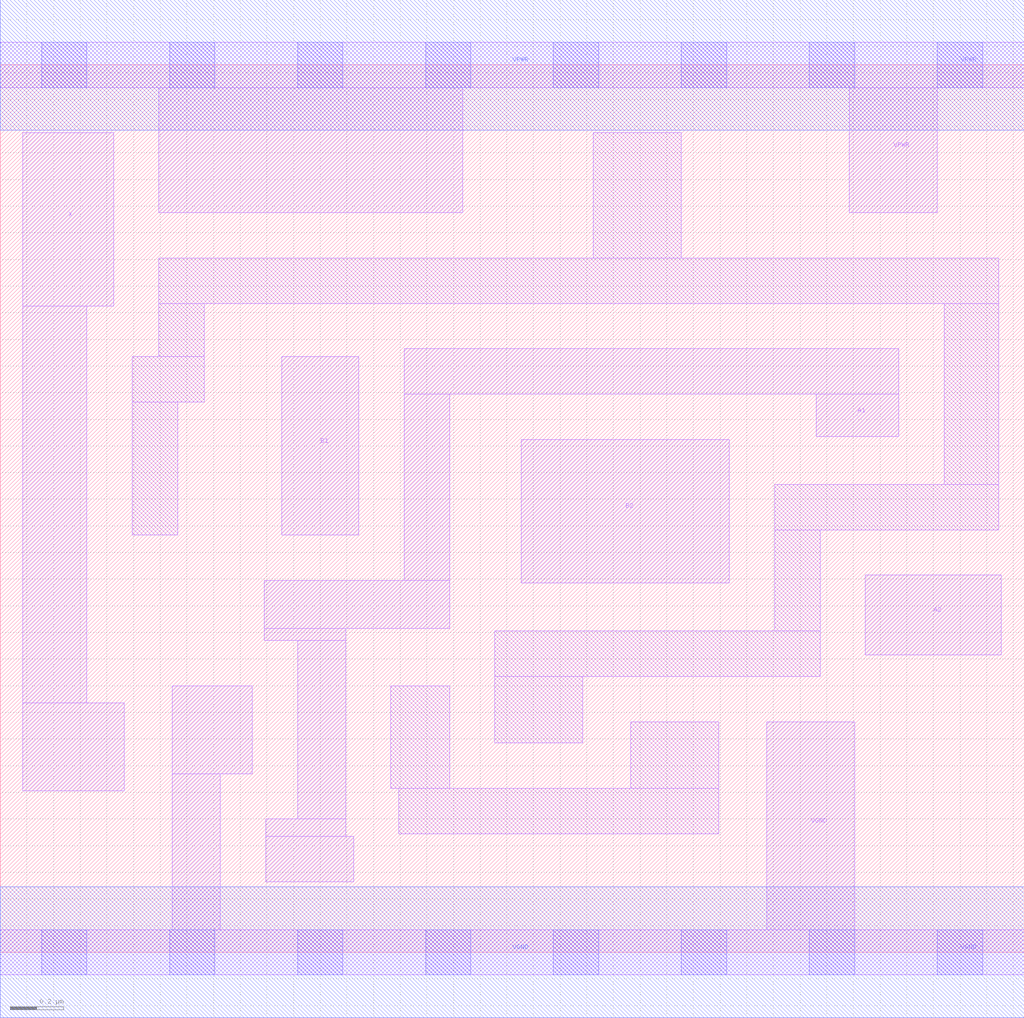
<source format=lef>
# Copyright 2020 The SkyWater PDK Authors
#
# Licensed under the Apache License, Version 2.0 (the "License");
# you may not use this file except in compliance with the License.
# You may obtain a copy of the License at
#
#     https://www.apache.org/licenses/LICENSE-2.0
#
# Unless required by applicable law or agreed to in writing, software
# distributed under the License is distributed on an "AS IS" BASIS,
# WITHOUT WARRANTIES OR CONDITIONS OF ANY KIND, either express or implied.
# See the License for the specific language governing permissions and
# limitations under the License.
#
# SPDX-License-Identifier: Apache-2.0

VERSION 5.7 ;
  NAMESCASESENSITIVE ON ;
  NOWIREEXTENSIONATPIN ON ;
  DIVIDERCHAR "/" ;
  BUSBITCHARS "[]" ;
UNITS
  DATABASE MICRONS 200 ;
END UNITS
MACRO sky130_fd_sc_lp__o22a_0
  CLASS CORE ;
  SOURCE USER ;
  FOREIGN sky130_fd_sc_lp__o22a_0 ;
  ORIGIN  0.000000  0.000000 ;
  SIZE  3.840000 BY  3.330000 ;
  SYMMETRY X Y R90 ;
  SITE unit ;
  PIN A1
    ANTENNAGATEAREA  0.159000 ;
    DIRECTION INPUT ;
    USE SIGNAL ;
    PORT
      LAYER li1 ;
        RECT 0.990000 1.170000 1.295000 1.215000 ;
        RECT 0.990000 1.215000 1.685000 1.395000 ;
        RECT 0.995000 0.265000 1.325000 0.435000 ;
        RECT 0.995000 0.435000 1.295000 0.500000 ;
        RECT 1.115000 0.500000 1.295000 1.170000 ;
        RECT 1.515000 1.395000 1.685000 2.095000 ;
        RECT 1.515000 2.095000 3.370000 2.265000 ;
        RECT 3.060000 1.935000 3.370000 2.095000 ;
    END
  END A1
  PIN A2
    ANTENNAGATEAREA  0.159000 ;
    DIRECTION INPUT ;
    USE SIGNAL ;
    PORT
      LAYER li1 ;
        RECT 3.245000 1.115000 3.755000 1.415000 ;
    END
  END A2
  PIN B1
    ANTENNAGATEAREA  0.159000 ;
    DIRECTION INPUT ;
    USE SIGNAL ;
    PORT
      LAYER li1 ;
        RECT 1.055000 1.565000 1.345000 2.235000 ;
    END
  END B1
  PIN B2
    ANTENNAGATEAREA  0.159000 ;
    DIRECTION INPUT ;
    USE SIGNAL ;
    PORT
      LAYER li1 ;
        RECT 1.955000 1.385000 2.735000 1.925000 ;
    END
  END B2
  PIN X
    ANTENNADIFFAREA  0.280900 ;
    DIRECTION OUTPUT ;
    USE SIGNAL ;
    PORT
      LAYER li1 ;
        RECT 0.085000 0.605000 0.465000 0.935000 ;
        RECT 0.085000 0.935000 0.325000 2.425000 ;
        RECT 0.085000 2.425000 0.425000 3.075000 ;
    END
  END X
  PIN VGND
    DIRECTION INOUT ;
    USE GROUND ;
    PORT
      LAYER li1 ;
        RECT 0.000000 -0.085000 3.840000 0.085000 ;
        RECT 0.645000  0.085000 0.825000 0.670000 ;
        RECT 0.645000  0.670000 0.945000 1.000000 ;
        RECT 2.875000  0.085000 3.205000 0.865000 ;
      LAYER mcon ;
        RECT 0.155000 -0.085000 0.325000 0.085000 ;
        RECT 0.635000 -0.085000 0.805000 0.085000 ;
        RECT 1.115000 -0.085000 1.285000 0.085000 ;
        RECT 1.595000 -0.085000 1.765000 0.085000 ;
        RECT 2.075000 -0.085000 2.245000 0.085000 ;
        RECT 2.555000 -0.085000 2.725000 0.085000 ;
        RECT 3.035000 -0.085000 3.205000 0.085000 ;
        RECT 3.515000 -0.085000 3.685000 0.085000 ;
      LAYER met1 ;
        RECT 0.000000 -0.245000 3.840000 0.245000 ;
    END
  END VGND
  PIN VPWR
    DIRECTION INOUT ;
    USE POWER ;
    PORT
      LAYER li1 ;
        RECT 0.000000 3.245000 3.840000 3.415000 ;
        RECT 0.595000 2.775000 1.735000 3.245000 ;
        RECT 3.185000 2.775000 3.515000 3.245000 ;
      LAYER mcon ;
        RECT 0.155000 3.245000 0.325000 3.415000 ;
        RECT 0.635000 3.245000 0.805000 3.415000 ;
        RECT 1.115000 3.245000 1.285000 3.415000 ;
        RECT 1.595000 3.245000 1.765000 3.415000 ;
        RECT 2.075000 3.245000 2.245000 3.415000 ;
        RECT 2.555000 3.245000 2.725000 3.415000 ;
        RECT 3.035000 3.245000 3.205000 3.415000 ;
        RECT 3.515000 3.245000 3.685000 3.415000 ;
      LAYER met1 ;
        RECT 0.000000 3.085000 3.840000 3.575000 ;
    END
  END VPWR
  OBS
    LAYER li1 ;
      RECT 0.495000 1.565000 0.665000 2.065000 ;
      RECT 0.495000 2.065000 0.765000 2.235000 ;
      RECT 0.595000 2.235000 0.765000 2.435000 ;
      RECT 0.595000 2.435000 3.745000 2.605000 ;
      RECT 1.465000 0.615000 1.685000 1.000000 ;
      RECT 1.495000 0.445000 2.695000 0.615000 ;
      RECT 1.855000 0.785000 2.185000 1.035000 ;
      RECT 1.855000 1.035000 3.075000 1.205000 ;
      RECT 2.225000 2.605000 2.555000 3.075000 ;
      RECT 2.365000 0.615000 2.695000 0.865000 ;
      RECT 2.905000 1.205000 3.075000 1.585000 ;
      RECT 2.905000 1.585000 3.745000 1.755000 ;
      RECT 3.540000 1.755000 3.745000 2.435000 ;
  END
END sky130_fd_sc_lp__o22a_0

</source>
